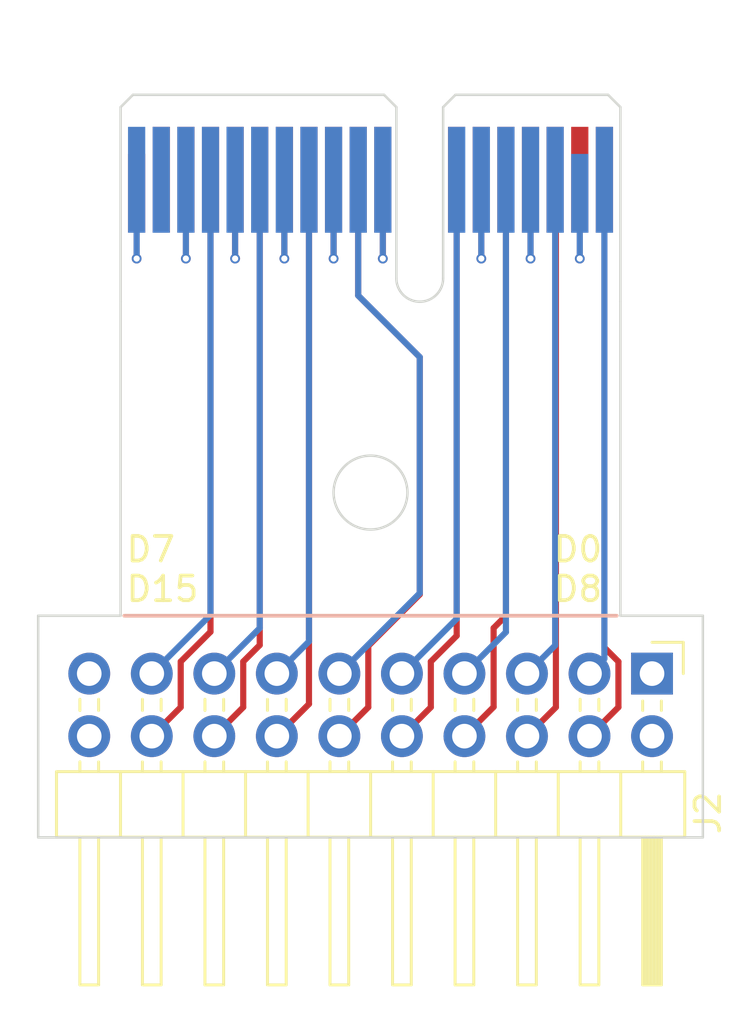
<source format=kicad_pcb>
(kicad_pcb (version 20221018) (generator pcbnew)
  (layers (0 "F.Cu" signal) (1 "In1.Cu" signal) (2 "In2.Cu" signal) (31 "B.Cu" signal) (34 "B.Paste" user) (35 "F.Paste" user) (36 "B.SilkS" user "B.Silkscreen") (37 "F.SilkS" user "F.Silkscreen") (38 "B.Mask" user) (39 "F.Mask" user) (44 "Edge.Cuts" user))
  (net 0 "")
  (net 1 "GND")
  (net 3 "/D15")
  (net 4 "/D14")
  (net 5 "/D13")
  (net 6 "/D12")
  (net 7 "/D11")
  (net 8 "/D10")
  (net 9 "/D9")
  (net 10 "/D8")
  (net 12 "/D7")
  (net 13 "/D6")
  (net 14 "/D5")
  (net 15 "/D4")
  (net 16 "/D3")
  (net 17 "/D2")
  (net 18 "/D1")
  (net 19 "/D0")
  (footprint "Connector_PinHeader_2.54mm:PinHeader_2x10_P2.54mm_Horizontal" (layer "F.Cu") (at 111.435 102.35 -90)
    (fp_text reference "J2" (at 5.655 -2.27 90) (layer "F.SilkS"))
    (fp_text value "Conn_02x10_Odd_Even")
    (fp_line (start -1.27 -1.27) (end 0 -1.27) (stroke (width 0.12)) (layer "F.SilkS"))
    (fp_line (start -1.27 0) (end -1.27 -1.27) (stroke (width 0.12)) (layer "F.SilkS"))
    (fp_line (start 1.042929 2.16) (end 1.497071 2.16) (stroke (width 0.12)) (layer "F.SilkS"))
    (fp_line (start 1.042929 2.92) (end 1.497071 2.92) (stroke (width 0.12)) (layer "F.SilkS"))
    (fp_line (start 1.042929 4.7) (end 1.497071 4.7) (stroke (width 0.12)) (layer "F.SilkS"))
    (fp_line (start 1.042929 5.46) (end 1.497071 5.46) (stroke (width 0.12)) (layer "F.SilkS"))
    (fp_line (start 1.042929 7.24) (end 1.497071 7.24) (stroke (width 0.12)) (layer "F.SilkS"))
    (fp_line (start 1.042929 8) (end 1.497071 8) (stroke (width 0.12)) (layer "F.SilkS"))
    (fp_line (start 1.042929 9.78) (end 1.497071 9.78) (stroke (width 0.12)) (layer "F.SilkS"))
    (fp_line (start 1.042929 10.54) (end 1.497071 10.54) (stroke (width 0.12)) (layer "F.SilkS"))
    (fp_line (start 1.042929 12.32) (end 1.497071 12.32) (stroke (width 0.12)) (layer "F.SilkS"))
    (fp_line (start 1.042929 13.08) (end 1.497071 13.08) (stroke (width 0.12)) (layer "F.SilkS"))
    (fp_line (start 1.042929 14.86) (end 1.497071 14.86) (stroke (width 0.12)) (layer "F.SilkS"))
    (fp_line (start 1.042929 15.62) (end 1.497071 15.62) (stroke (width 0.12)) (layer "F.SilkS"))
    (fp_line (start 1.042929 17.4) (end 1.497071 17.4) (stroke (width 0.12)) (layer "F.SilkS"))
    (fp_line (start 1.042929 18.16) (end 1.497071 18.16) (stroke (width 0.12)) (layer "F.SilkS"))
    (fp_line (start 1.042929 19.94) (end 1.497071 19.94) (stroke (width 0.12)) (layer "F.SilkS"))
    (fp_line (start 1.042929 20.7) (end 1.497071 20.7) (stroke (width 0.12)) (layer "F.SilkS"))
    (fp_line (start 1.042929 22.48) (end 1.497071 22.48) (stroke (width 0.12)) (layer "F.SilkS"))
    (fp_line (start 1.042929 23.24) (end 1.497071 23.24) (stroke (width 0.12)) (layer "F.SilkS"))
    (fp_line (start 1.11 -0.38) (end 1.497071 -0.38) (stroke (width 0.12)) (layer "F.SilkS"))
    (fp_line (start 1.11 0.38) (end 1.497071 0.38) (stroke (width 0.12)) (layer "F.SilkS"))
    (fp_line (start 3.582929 -0.38) (end 3.98 -0.38) (stroke (width 0.12)) (layer "F.SilkS"))
    (fp_line (start 3.582929 0.38) (end 3.98 0.38) (stroke (width 0.12)) (layer "F.SilkS"))
    (fp_line (start 3.582929 2.16) (end 3.98 2.16) (stroke (width 0.12)) (layer "F.SilkS"))
    (fp_line (start 3.582929 2.92) (end 3.98 2.92) (stroke (width 0.12)) (layer "F.SilkS"))
    (fp_line (start 3.582929 4.7) (end 3.98 4.7) (stroke (width 0.12)) (layer "F.SilkS"))
    (fp_line (start 3.582929 5.46) (end 3.98 5.46) (stroke (width 0.12)) (layer "F.SilkS"))
    (fp_line (start 3.582929 7.24) (end 3.98 7.24) (stroke (width 0.12)) (layer "F.SilkS"))
    (fp_line (start 3.582929 8) (end 3.98 8) (stroke (width 0.12)) (layer "F.SilkS"))
    (fp_line (start 3.582929 9.78) (end 3.98 9.78) (stroke (width 0.12)) (layer "F.SilkS"))
    (fp_line (start 3.582929 10.54) (end 3.98 10.54) (stroke (width 0.12)) (layer "F.SilkS"))
    (fp_line (start 3.582929 12.32) (end 3.98 12.32) (stroke (width 0.12)) (layer "F.SilkS"))
    (fp_line (start 3.582929 13.08) (end 3.98 13.08) (stroke (width 0.12)) (layer "F.SilkS"))
    (fp_line (start 3.582929 14.86) (end 3.98 14.86) (stroke (width 0.12)) (layer "F.SilkS"))
    (fp_line (start 3.582929 15.62) (end 3.98 15.62) (stroke (width 0.12)) (layer "F.SilkS"))
    (fp_line (start 3.582929 17.4) (end 3.98 17.4) (stroke (width 0.12)) (layer "F.SilkS"))
    (fp_line (start 3.582929 18.16) (end 3.98 18.16) (stroke (width 0.12)) (layer "F.SilkS"))
    (fp_line (start 3.582929 19.94) (end 3.98 19.94) (stroke (width 0.12)) (layer "F.SilkS"))
    (fp_line (start 3.582929 20.7) (end 3.98 20.7) (stroke (width 0.12)) (layer "F.SilkS"))
    (fp_line (start 3.582929 22.48) (end 3.98 22.48) (stroke (width 0.12)) (layer "F.SilkS"))
    (fp_line (start 3.582929 23.24) (end 3.98 23.24) (stroke (width 0.12)) (layer "F.SilkS"))
    (fp_line (start 3.98 -1.33) (end 3.98 24.19) (stroke (width 0.12)) (layer "F.SilkS"))
    (fp_line (start 3.98 1.27) (end 6.64 1.27) (stroke (width 0.12)) (layer "F.SilkS"))
    (fp_line (start 3.98 3.81) (end 6.64 3.81) (stroke (width 0.12)) (layer "F.SilkS"))
    (fp_line (start 3.98 6.35) (end 6.64 6.35) (stroke (width 0.12)) (layer "F.SilkS"))
    (fp_line (start 3.98 8.89) (end 6.64 8.89) (stroke (width 0.12)) (layer "F.SilkS"))
    (fp_line (start 3.98 11.43) (end 6.64 11.43) (stroke (width 0.12)) (layer "F.SilkS"))
    (fp_line (start 3.98 13.97) (end 6.64 13.97) (stroke (width 0.12)) (layer "F.SilkS"))
    (fp_line (start 3.98 16.51) (end 6.64 16.51) (stroke (width 0.12)) (layer "F.SilkS"))
    (fp_line (start 3.98 19.05) (end 6.64 19.05) (stroke (width 0.12)) (layer "F.SilkS"))
    (fp_line (start 3.98 21.59) (end 6.64 21.59) (stroke (width 0.12)) (layer "F.SilkS"))
    (fp_line (start 3.98 24.19) (end 6.64 24.19) (stroke (width 0.12)) (layer "F.SilkS"))
    (fp_line (start 6.64 -1.33) (end 3.98 -1.33) (stroke (width 0.12)) (layer "F.SilkS"))
    (fp_line (start 6.64 -0.38) (end 12.64 -0.38) (stroke (width 0.12)) (layer "F.SilkS"))
    (fp_line (start 6.64 -0.32) (end 12.64 -0.32) (stroke (width 0.12)) (layer "F.SilkS"))
    (fp_line (start 6.64 -0.2) (end 12.64 -0.2) (stroke (width 0.12)) (layer "F.SilkS"))
    (fp_line (start 6.64 -0.08) (end 12.64 -0.08) (stroke (width 0.12)) (layer "F.SilkS"))
    (fp_line (start 6.64 0.04) (end 12.64 0.04) (stroke (width 0.12)) (layer "F.SilkS"))
    (fp_line (start 6.64 0.16) (end 12.64 0.16) (stroke (width 0.12)) (layer "F.SilkS"))
    (fp_line (start 6.64 0.28) (end 12.64 0.28) (stroke (width 0.12)) (layer "F.SilkS"))
    (fp_line (start 6.64 2.16) (end 12.64 2.16) (stroke (width 0.12)) (layer "F.SilkS"))
    (fp_line (start 6.64 4.7) (end 12.64 4.7) (stroke (width 0.12)) (layer "F.SilkS"))
    (fp_line (start 6.64 7.24) (end 12.64 7.24) (stroke (width 0.12)) (layer "F.SilkS"))
    (fp_line (start 6.64 9.78) (end 12.64 9.78) (stroke (width 0.12)) (layer "F.SilkS"))
    (fp_line (start 6.64 12.32) (end 12.64 12.32) (stroke (width 0.12)) (layer "F.SilkS"))
    (fp_line (start 6.64 14.86) (end 12.64 14.86) (stroke (width 0.12)) (layer "F.SilkS"))
    (fp_line (start 6.64 17.4) (end 12.64 17.4) (stroke (width 0.12)) (layer "F.SilkS"))
    (fp_line (start 6.64 19.94) (end 12.64 19.94) (stroke (width 0.12)) (layer "F.SilkS"))
    (fp_line (start 6.64 22.48) (end 12.64 22.48) (stroke (width 0.12)) (layer "F.SilkS"))
    (fp_line (start 6.64 24.19) (end 6.64 -1.33) (stroke (width 0.12)) (layer "F.SilkS"))
    (fp_line (start 12.64 -0.38) (end 12.64 0.38) (stroke (width 0.12)) (layer "F.SilkS"))
    (fp_line (start 12.64 0.38) (end 6.64 0.38) (stroke (width 0.12)) (layer "F.SilkS"))
    (fp_line (start 12.64 2.16) (end 12.64 2.92) (stroke (width 0.12)) (layer "F.SilkS"))
    (fp_line (start 12.64 2.92) (end 6.64 2.92) (stroke (width 0.12)) (layer "F.SilkS"))
    (fp_line (start 12.64 4.7) (end 12.64 5.46) (stroke (width 0.12)) (layer "F.SilkS"))
    (fp_line (start 12.64 5.46) (end 6.64 5.46) (stroke (width 0.12)) (layer "F.SilkS"))
    (fp_line (start 12.64 7.24) (end 12.64 8) (stroke (width 0.12)) (layer "F.SilkS"))
    (fp_line (start 12.64 8) (end 6.64 8) (stroke (width 0.12)) (layer "F.SilkS"))
    (fp_line (start 12.64 9.78) (end 12.64 10.54) (stroke (width 0.12)) (layer "F.SilkS"))
    (fp_line (start 12.64 10.54) (end 6.64 10.54) (stroke (width 0.12)) (layer "F.SilkS"))
    (fp_line (start 12.64 12.32) (end 12.64 13.08) (stroke (width 0.12)) (layer "F.SilkS"))
    (fp_line (start 12.64 13.08) (end 6.64 13.08) (stroke (width 0.12)) (layer "F.SilkS"))
    (fp_line (start 12.64 14.86) (end 12.64 15.62) (stroke (width 0.12)) (layer "F.SilkS"))
    (fp_line (start 12.64 15.62) (end 6.64 15.62) (stroke (width 0.12)) (layer "F.SilkS"))
    (fp_line (start 12.64 17.4) (end 12.64 18.16) (stroke (width 0.12)) (layer "F.SilkS"))
    (fp_line (start 12.64 18.16) (end 6.64 18.16) (stroke (width 0.12)) (layer "F.SilkS"))
    (fp_line (start 12.64 19.94) (end 12.64 20.7) (stroke (width 0.12)) (layer "F.SilkS"))
    (fp_line (start 12.64 20.7) (end 6.64 20.7) (stroke (width 0.12)) (layer "F.SilkS"))
    (fp_line (start 12.64 22.48) (end 12.64 23.24) (stroke (width 0.12)) (layer "F.SilkS"))
    (fp_line (start 12.64 23.24) (end 6.64 23.24) (stroke (width 0.12)) (layer "F.SilkS"))
    (pad "1" thru_hole rect (at 0 0 270) (size 1.7 1.7) (drill 1) (layers "*.Cu" "*.Mask") (net 1 "GND"))
    (pad "2" thru_hole oval (at 2.54 0 270) (size 1.7 1.7) (drill 1) (layers "*.Cu" "*.Mask") (net 1 "GND"))
    (pad "3" thru_hole oval (at 0 2.54 270) (size 1.7 1.7) (drill 1) (layers "*.Cu" "*.Mask") (net 19 "/D0"))
    (pad "4" thru_hole oval (at 2.54 2.54 270) (size 1.7 1.7) (drill 1) (layers "*.Cu" "*.Mask") (net 10 "/D8"))
    (pad "5" thru_hole oval (at 0 5.08 270) (size 1.7 1.7) (drill 1) (layers "*.Cu" "*.Mask") (net 18 "/D1"))
    (pad "6" thru_hole oval (at 2.54 5.08 270) (size 1.7 1.7) (drill 1) (layers "*.Cu" "*.Mask") (net 9 "/D9"))
    (pad "7" thru_hole oval (at 0 7.62 270) (size 1.7 1.7) (drill 1) (layers "*.Cu" "*.Mask") (net 17 "/D2"))
    (pad "8" thru_hole oval (at 2.54 7.62 270) (size 1.7 1.7) (drill 1) (layers "*.Cu" "*.Mask") (net 8 "/D10"))
    (pad "9" thru_hole oval (at 0 10.16 270) (size 1.7 1.7) (drill 1) (layers "*.Cu" "*.Mask") (net 16 "/D3"))
    (pad "10" thru_hole oval (at 2.54 10.16 270) (size 1.7 1.7) (drill 1) (layers "*.Cu" "*.Mask") (net 7 "/D11"))
    (pad "11" thru_hole oval (at 0 12.7 270) (size 1.7 1.7) (drill 1) (layers "*.Cu" "*.Mask") (net 15 "/D4"))
    (pad "12" thru_hole oval (at 2.54 12.7 270) (size 1.7 1.7) (drill 1) (layers "*.Cu" "*.Mask") (net 6 "/D12"))
    (pad "13" thru_hole oval (at 0 15.24 270) (size 1.7 1.7) (drill 1) (layers "*.Cu" "*.Mask") (net 14 "/D5"))
    (pad "14" thru_hole oval (at 2.54 15.24 270) (size 1.7 1.7) (drill 1) (layers "*.Cu" "*.Mask") (net 5 "/D13"))
    (pad "15" thru_hole oval (at 0 17.78 270) (size 1.7 1.7) (drill 1) (layers "*.Cu" "*.Mask") (net 13 "/D6"))
    (pad "16" thru_hole oval (at 2.54 17.78 270) (size 1.7 1.7) (drill 1) (layers "*.Cu" "*.Mask") (net 4 "/D14"))
    (pad "17" thru_hole oval (at 0 20.32 270) (size 1.7 1.7) (drill 1) (layers "*.Cu" "*.Mask") (net 12 "/D7"))
    (pad "18" thru_hole oval (at 2.54 20.32 270) (size 1.7 1.7) (drill 1) (layers "*.Cu" "*.Mask") (net 3 "/D15"))
    (pad "19" thru_hole oval (at 0 22.86 270) (size 1.7 1.7) (drill 1) (layers "*.Cu" "*.Mask") (net 1 "GND"))
    (pad "20" thru_hole oval (at 2.54 22.86 270) (size 1.7 1.7) (drill 1) (layers "*.Cu" "*.Mask") (net 1 "GND"))
  )
  (footprint "Connector_PCBEdge:BUS_PCIexpress_x1" (layer "B.Cu") (at 90.5 82.3)
    (fp_text reference "J1" hide)
    (fp_text value "Bus_PCI_Express_x1")
    (fp_line (start -0.65 -2.95) (end -0.15 -3.45) (stroke (width 0.1)) (layer "Edge.Cuts"))
    (fp_line (start -0.65 4.95) (end -0.65 -2.95) (stroke (width 0.1)) (layer "Edge.Cuts"))
    (fp_line (start -0.15 -3.45) (end 10.05 -3.45) (stroke (width 0.1)) (layer "Edge.Cuts"))
    (fp_line (start 10.55 -2.95) (end 10.05 -3.45) (stroke (width 0.1)) (layer "Edge.Cuts"))
    (fp_line (start 10.55 4) (end 10.55 -2.95) (stroke (width 0.1)) (layer "Edge.Cuts"))
    (fp_line (start 12.45 -2.95) (end 12.95 -3.45) (stroke (width 0.1)) (layer "Edge.Cuts"))
    (fp_line (start 12.45 4) (end 12.45 -2.95) (stroke (width 0.1)) (layer "Edge.Cuts"))
    (fp_line (start 12.95 -3.45) (end 19.15 -3.45) (stroke (width 0.1)) (layer "Edge.Cuts"))
    (fp_line (start 19.65 -2.95) (end 19.15 -3.45) (stroke (width 0.1)) (layer "Edge.Cuts"))
    (fp_line (start 19.65 4.95) (end 19.65 -2.95) (stroke (width 0.1)) (layer "Edge.Cuts"))
    (fp_arc (start 12.45 4) (mid 11.5 4.95) (end 10.55 4) (stroke (width 0.1)) (layer "Edge.Cuts"))
    (pad "A1" connect rect (at 0 0.55) (size 0.7 3.2) (layers "F.Cu" "F.Mask") (net 1 "GND"))
    (pad "A2" connect rect (at 1 0) (size 0.7 4.3) (layers "F.Cu" "F.Mask"))
    (pad "A3" connect rect (at 2 0) (size 0.7 4.3) (layers "F.Cu" "F.Mask") (net 1 "GND"))
    (pad "A4" connect rect (at 3 0) (size 0.7 4.3) (layers "F.Cu" "F.Mask") (net 3 "/D15"))
    (pad "A5" connect rect (at 4 0) (size 0.7 4.3) (layers "F.Cu" "F.Mask") (net 1 "GND"))
    (pad "A6" connect rect (at 5 0) (size 0.7 4.3) (layers "F.Cu" "F.Mask") (net 4 "/D14"))
    (pad "A7" connect rect (at 6 0) (size 0.7 4.3) (layers "F.Cu" "F.Mask") (net 1 "GND"))
    (pad "A8" connect rect (at 7 0) (size 0.7 4.3) (layers "F.Cu" "F.Mask") (net 5 "/D13"))
    (pad "A9" connect rect (at 8 0) (size 0.7 4.3) (layers "F.Cu" "F.Mask") (net 1 "GND"))
    (pad "A10" connect rect (at 9 0) (size 0.7 4.3) (layers "F.Cu" "F.Mask") (net 6 "/D12"))
    (pad "A11" connect rect (at 10 0) (size 0.7 4.3) (layers "F.Cu" "F.Mask") (net 1 "GND"))
    (pad "A12" connect rect (at 13 0) (size 0.7 4.3) (layers "F.Cu" "F.Mask") (net 7 "/D11"))
    (pad "A13" connect rect (at 14 0) (size 0.7 4.3) (layers "F.Cu" "F.Mask") (net 1 "GND"))
    (pad "A14" connect rect (at 15 0) (size 0.7 4.3) (layers "F.Cu" "F.Mask") (net 8 "/D10"))
    (pad "A15" connect rect (at 16 0) (size 0.7 4.3) (layers "F.Cu" "F.Mask") (net 1 "GND"))
    (pad "A16" connect rect (at 17 0) (size 0.7 4.3) (layers "F.Cu" "F.Mask") (net 9 "/D9"))
    (pad "A17" connect rect (at 18 0) (size 0.7 4.3) (layers "F.Cu" "F.Mask") (net 1 "GND"))
    (pad "A18" connect rect (at 19 0) (size 0.7 4.3) (layers "F.Cu" "F.Mask") (net 10 "/D8"))
    (pad "B1" connect rect (at 0 0) (size 0.7 4.3) (layers "B.Cu" "B.Mask") (net 1 "GND"))
    (pad "B2" connect rect (at 1 0) (size 0.7 4.3) (layers "B.Cu" "B.Mask"))
    (pad "B3" connect rect (at 2 0) (size 0.7 4.3) (layers "B.Cu" "B.Mask") (net 1 "GND"))
    (pad "B4" connect rect (at 3 0) (size 0.7 4.3) (layers "B.Cu" "B.Mask") (net 12 "/D7"))
    (pad "B5" connect rect (at 4 0) (size 0.7 4.3) (layers "B.Cu" "B.Mask") (net 1 "GND"))
    (pad "B6" connect rect (at 5 0) (size 0.7 4.3) (layers "B.Cu" "B.Mask") (net 13 "/D6"))
    (pad "B7" connect rect (at 6 0) (size 0.7 4.3) (layers "B.Cu" "B.Mask") (net 1 "GND"))
    (pad "B8" connect rect (at 7 0) (size 0.7 4.3) (layers "B.Cu" "B.Mask") (net 14 "/D5"))
    (pad "B9" connect rect (at 8 0) (size 0.7 4.3) (layers "B.Cu" "B.Mask") (net 1 "GND"))
    (pad "B10" connect rect (at 9 0) (size 0.7 4.3) (layers "B.Cu" "B.Mask") (net 15 "/D4"))
    (pad "B11" connect rect (at 10 0) (size 0.7 4.3) (layers "B.Cu" "B.Mask") (net 1 "GND"))
    (pad "B12" connect rect (at 13 0) (size 0.7 4.3) (layers "B.Cu" "B.Mask") (net 16 "/D3"))
    (pad "B13" connect rect (at 14 0) (size 0.7 4.3) (layers "B.Cu" "B.Mask") (net 1 "GND"))
    (pad "B14" connect rect (at 15 0) (size 0.7 4.3) (layers "B.Cu" "B.Mask") (net 17 "/D2"))
    (pad "B15" connect rect (at 16 0) (size 0.7 4.3) (layers "B.Cu" "B.Mask") (net 1 "GND"))
    (pad "B16" connect rect (at 17 0) (size 0.7 4.3) (layers "B.Cu" "B.Mask") (net 18 "/D1"))
    (pad "B17" connect rect (at 18 0.55) (size 0.7 3.2) (layers "B.Cu" "B.Mask") (net 1 "GND"))
    (pad "B18" connect rect (at 19 0) (size 0.7 4.3) (layers "B.Cu" "B.Mask") (net 19 "/D0"))
  )
  (gr_line (start 110 100) (end 90 100) (stroke (width 0.15)) (layer "B.SilkS"))
  (gr_line (start 110 100) (end 90 100) (stroke (width 0.15)) (layer "F.SilkS"))
  (gr_line (start 110.15 100) (end 110.15 87.25) (stroke (width 0.1)) (layer "Edge.Cuts"))
  (gr_line (start 86.5 100) (end 86.5 109) (stroke (width 0.1)) (layer "Edge.Cuts"))
  (gr_line (start 113.5 109) (end 86.5 109) (stroke (width 0.1)) (layer "Edge.Cuts"))
  (gr_circle (center 100 95) (end 101.5 95) (stroke (width 0.1)) (fill none) (layer "Edge.Cuts"))
  (gr_line (start 113.5 100) (end 110.15 100) (stroke (width 0.1)) (layer "Edge.Cuts"))
  (gr_line (start 89.85 87.25) (end 89.85 100) (stroke (width 0.1)) (layer "Edge.Cuts"))
  (gr_line (start 89.85 100) (end 86.5 100) (stroke (width 0.1)) (layer "Edge.Cuts"))
  (gr_line (start 113.5 109) (end 113.5 100) (stroke (width 0.1)) (layer "Edge.Cuts"))
  (gr_text "D0\nD8" (at 109.5 99.5) (layer "F.SilkS") (effects (font (size 1 1)) (justify right bottom)))
  (gr_text "D7\nD15" (at 90 99.5) (layer "F.SilkS") (effects (font (size 1 1)) (justify left bottom)))
  (segment (start 98.5 82.3) (end 98.5 85.5) (width 0.25) (layer "F.Cu") (net 1))
  (segment (start 90.5 82.85) (end 90.5 85.5) (width 0.25) (layer "F.Cu") (net 1))
  (segment (start 100.5 82.3) (end 100.5 85.5) (width 0.25) (layer "F.Cu") (net 1))
  (segment (start 104.5 82.3) (end 104.5 85.5) (width 0.25) (layer "F.Cu") (net 1))
  (segment (start 106.5 82.3) (end 106.5 85.5) (width 0.25) (layer "F.Cu") (net 1))
  (segment (start 96.5 82.3) (end 96.5 85.5) (width 0.25) (layer "F.Cu") (net 1))
  (segment (start 108.5 82.3) (end 108.5 85.5) (width 0.25) (layer "F.Cu") (net 1))
  (segment (start 94.5 82.3) (end 94.5 85.5) (width 0.25) (layer "F.Cu") (net 1))
  (segment (start 92.5 82.3) (end 92.5 85.5) (width 0.25) (layer "F.Cu") (net 1))
  (via (at 108.5 85.5) (size 0.4) (drill 0.25) (layers "F.Cu" "B.Cu") (net 1))
  (via (at 98.5 85.5) (size 0.4) (drill 0.25) (layers "F.Cu" "B.Cu") (net 1))
  (via (at 100.5 85.5) (size 0.4) (drill 0.25) (layers "F.Cu" "B.Cu") (net 1))
  (via (at 94.5 85.5) (size 0.4) (drill 0.25) (layers "F.Cu" "B.Cu") (net 1))
  (via (at 90.5 85.5) (size 0.4) (drill 0.25) (layers "F.Cu" "B.Cu") (net 1))
  (via (at 106.5 85.5) (size 0.4) (drill 0.25) (layers "F.Cu" "B.Cu") (net 1))
  (via (at 96.5 85.5) (size 0.4) (drill 0.25) (layers "F.Cu" "B.Cu") (net 1))
  (via (at 104.5 85.5) (size 0.4) (drill 0.25) (layers "F.Cu" "B.Cu") (net 1))
  (via (at 92.5 85.5) (size 0.4) (drill 0.25) (layers "F.Cu" "B.Cu") (net 1))
  (segment (start 100.5 82.3) (end 100.5 85.5) (width 0.25) (layer "B.Cu") (net 1))
  (segment (start 90.5 82.3) (end 90.5 85.5) (width 0.25) (layer "B.Cu") (net 1))
  (segment (start 98.5 82.3) (end 98.5 85.5) (width 0.25) (layer "B.Cu") (net 1))
  (segment (start 96.5 82.3) (end 96.5 85.5) (width 0.25) (layer "B.Cu") (net 1))
  (segment (start 106.5 82.3) (end 106.5 85.5) (width 0.25) (layer "B.Cu") (net 1))
  (segment (start 92.5 82.3) (end 92.5 85.5) (width 0.25) (layer "B.Cu") (net 1))
  (segment (start 94.5 82.3) (end 94.5 85.5) (width 0.25) (layer "B.Cu") (net 1))
  (segment (start 108.5 82.85) (end 108.5 85.5) (width 0.25) (layer "B.Cu") (net 1))
  (segment (start 104.5 82.3) (end 104.5 85.5) (width 0.25) (layer "B.Cu") (net 1))
  (segment (start 91.115 104.89) (end 92.29 103.715) (width 0.25) (layer "F.Cu") (net 3))
  (segment (start 93.5 100.653299) (end 93.5 82.3) (width 0.25) (layer "F.Cu") (net 3))
  (segment (start 92.29 103.715) (end 92.29 101.863299) (width 0.25) (layer "F.Cu") (net 3))
  (segment (start 92.29 101.863299) (end 93.5 100.653299) (width 0.25) (layer "F.Cu") (net 3))
  (segment (start 93.655 104.89) (end 94.83 103.715) (width 0.25) (layer "F.Cu") (net 4))
  (segment (start 94.83 101.863299) (end 95.5 101.193299) (width 0.25) (layer "F.Cu") (net 4))
  (segment (start 95.5 101.193299) (end 95.5 82.3) (width 0.25) (layer "F.Cu") (net 4))
  (segment (start 94.83 103.715) (end 94.83 101.863299) (width 0.25) (layer "F.Cu") (net 4))
  (segment (start 96.195 104.89) (end 97.5 103.585) (width 0.25) (layer "F.Cu") (net 5))
  (segment (start 97.5 103.585) (end 97.5 82.3) (width 0.25) (layer "F.Cu") (net 5))
  (segment (start 102 99.13665) (end 102 89.5) (width 0.25) (layer "F.Cu") (net 6))
  (segment (start 99.91 103.715) (end 99.91 101.22665) (width 0.25) (layer "F.Cu") (net 6))
  (segment (start 99.5 87) (end 99.5 82.3) (width 0.25) (layer "F.Cu") (net 6))
  (segment (start 98.735 104.89) (end 99.91 103.715) (width 0.25) (layer "F.Cu") (net 6))
  (segment (start 99.91 101.22665) (end 102 99.13665) (width 0.25) (layer "F.Cu") (net 6))
  (segment (start 102 89.5) (end 99.5 87) (width 0.25) (layer "F.Cu") (net 6))
  (segment (start 102.45 101.863299) (end 103.5 100.813299) (width 0.25) (layer "F.Cu") (net 7))
  (segment (start 103.5 100.813299) (end 103.5 82.3) (width 0.25) (layer "F.Cu") (net 7))
  (segment (start 101.275 104.89) (end 102.45 103.715) (width 0.25) (layer "F.Cu") (net 7))
  (segment (start 102.45 103.715) (end 102.45 101.863299) (width 0.25) (layer "F.Cu") (net 7))
  (segment (start 105.5 100) (end 105 100.5) (width 0.25) (layer "F.Cu") (net 8))
  (segment (start 105.5 82.3) (end 105.5 100) (width 0.25) (layer "F.Cu") (net 8))
  (segment (start 105 103.705) (end 103.815 104.89) (width 0.25) (layer "F.Cu") (net 8))
  (segment (start 105 100.5) (end 105 103.705) (width 0.25) (layer "F.Cu") (net 8))
  (segment (start 107.53 103.715) (end 107.53 82.33) (width 0.25) (layer "F.Cu") (net 9))
  (segment (start 107.53 82.33) (end 107.5 82.3) (width 0.25) (layer "F.Cu") (net 9))
  (segment (start 106.355 104.89) (end 107.53 103.715) (width 0.25) (layer "F.Cu") (net 9))
  (segment (start 110.07 103.715) (end 110.07 101.863299) (width 0.25) (layer "F.Cu") (net 10))
  (segment (start 109.5 101.293299) (end 109.5 82.3) (width 0.25) (layer "F.Cu") (net 10))
  (segment (start 110.07 101.863299) (end 109.5 101.293299) (width 0.25) (layer "F.Cu") (net 10))
  (segment (start 108.895 104.89) (end 110.07 103.715) (width 0.25) (layer "F.Cu") (net 10))
  (segment (start 93.5 99.965) (end 93.5 82.3) (width 0.25) (layer "B.Cu") (net 12))
  (segment (start 91.115 102.35) (end 93.5 99.965) (width 0.25) (layer "B.Cu") (net 12))
  (segment (start 93.655 102.35) (end 95.5 100.505) (width 0.25) (layer "B.Cu") (net 13))
  (segment (start 95.5 100.505) (end 95.5 82.3) (width 0.25) (layer "B.Cu") (net 13))
  (segment (start 96.195 102.35) (end 97.5 101.045) (width 0.25) (layer "B.Cu") (net 14))
  (segment (start 97.5 101.045) (end 97.5 82.3) (width 0.25) (layer "B.Cu") (net 14))
  (segment (start 102 89.5) (end 99.5 87) (width 0.25) (layer "B.Cu") (net 15))
  (segment (start 99.5 87) (end 99.5 82.3) (width 0.25) (layer "B.Cu") (net 15))
  (segment (start 98.735 102.35) (end 102 99.085) (width 0.25) (layer "B.Cu") (net 15))
  (segment (start 102 99.085) (end 102 89.5) (width 0.25) (layer "B.Cu") (net 15))
  (segment (start 101.275 102.35) (end 103.5 100.125) (width 0.25) (layer "B.Cu") (net 16))
  (segment (start 103.5 100.125) (end 103.5 82.3) (width 0.25) (layer "B.Cu") (net 16))
  (segment (start 105.5 100.665) (end 105.5 82.3) (width 0.25) (layer "B.Cu") (net 17))
  (segment (start 103.815 102.35) (end 105.5 100.665) (width 0.25) (layer "B.Cu") (net 17))
  (segment (start 107.5 101.205) (end 107.5 82.3) (width 0.25) (layer "B.Cu") (net 18))
  (segment (start 106.355 102.35) (end 107.5 101.205) (width 0.25) (layer "B.Cu") (net 18))
  (segment (start 109.5 101.745) (end 109.5 82.3) (width 0.25) (layer "B.Cu") (net 19))
  (segment (start 108.895 102.35) (end 109.5 101.745) (width 0.25) (layer "B.Cu") (net 19))
)
</source>
